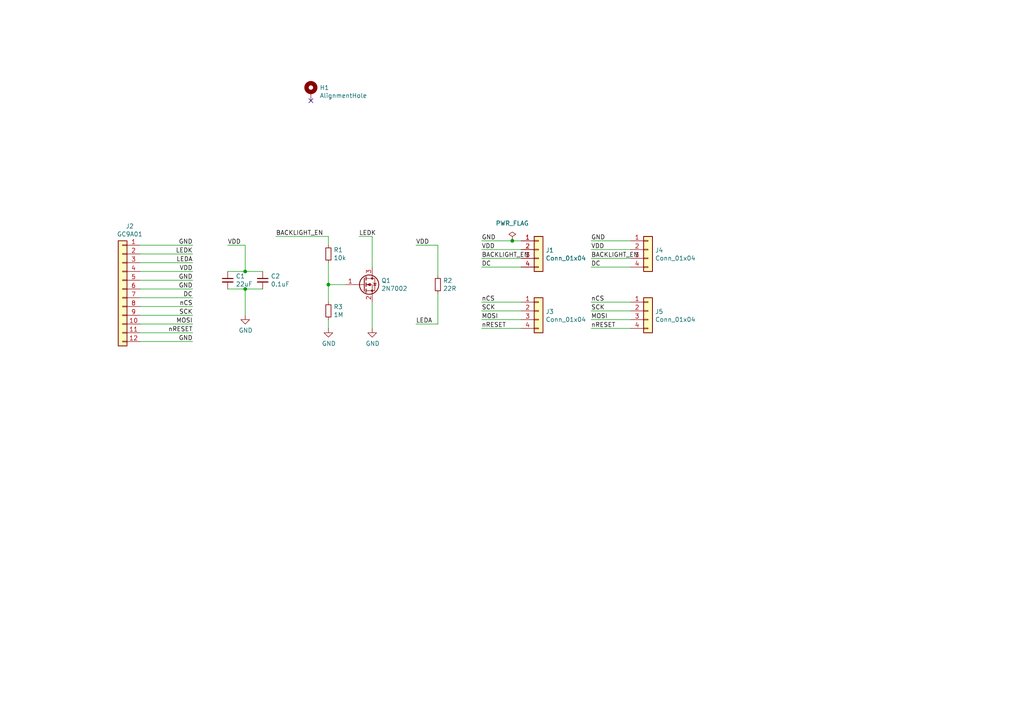
<source format=kicad_sch>
(kicad_sch (version 20231120) (generator "eeschema") (generator_version "8.0")
  (paper "A4")
  (title_block (rev "${RELEASE_VERSION}") (comment 2 "${COMMIT_DATE_LONG}") (comment 3 "${COMMIT_HASH}"))
  (lib_symbols
    (symbol "Connector_Generic:Conn_01x04" (pin_names (offset 1.016) hide)
      (property "Reference" "J" (at 0 5.08 0))
      (property "Value" "Conn_01x04" (at 0 -7.62 0))
      (symbol "Conn_01x04_1_1"
        (rectangle (start -1.27 -4.953) (end 0 -5.207) (stroke (width 0.1524)))
        (rectangle (start -1.27 -2.413) (end 0 -2.667) (stroke (width 0.1524)))
        (rectangle (start -1.27 0.127) (end 0 -0.127) (stroke (width 0.1524)))
        (rectangle (start -1.27 2.667) (end 0 2.413) (stroke (width 0.1524)))
        (rectangle (start -1.27 3.81) (end 1.27 -6.35) (stroke (width 0.254)) (fill (type background)))
        (pin passive line (at -5.08 2.54 0) (length 3.81) (name "Pin_1") (number "1"))
        (pin passive line (at -5.08 0 0) (length 3.81) (name "Pin_2") (number "2"))
        (pin passive line (at -5.08 -2.54 0) (length 3.81) (name "Pin_3") (number "3"))
        (pin passive line (at -5.08 -5.08 0) (length 3.81) (name "Pin_4") (number "4"))
      )
    )
    (symbol "Connector_Generic:Conn_01x12" (pin_names (offset 1.016) hide)
      (property "Reference" "J" (at 0 15.24 0))
      (property "Value" "Conn_01x12" (at 0 -17.78 0))
      (symbol "Conn_01x12_1_1"
        (rectangle (start -1.27 -15.113) (end 0 -15.367) (stroke (width 0.1524)))
        (rectangle (start -1.27 -12.573) (end 0 -12.827) (stroke (width 0.1524)))
        (rectangle (start -1.27 -10.033) (end 0 -10.287) (stroke (width 0.1524)))
        (rectangle (start -1.27 -7.493) (end 0 -7.747) (stroke (width 0.1524)))
        (rectangle (start -1.27 -4.953) (end 0 -5.207) (stroke (width 0.1524)))
        (rectangle (start -1.27 -2.413) (end 0 -2.667) (stroke (width 0.1524)))
        (rectangle (start -1.27 0.127) (end 0 -0.127) (stroke (width 0.1524)))
        (rectangle (start -1.27 2.667) (end 0 2.413) (stroke (width 0.1524)))
        (rectangle (start -1.27 5.207) (end 0 4.953) (stroke (width 0.1524)))
        (rectangle (start -1.27 7.747) (end 0 7.493) (stroke (width 0.1524)))
        (rectangle (start -1.27 10.287) (end 0 10.033) (stroke (width 0.1524)))
        (rectangle (start -1.27 12.827) (end 0 12.573) (stroke (width 0.1524)))
        (rectangle (start -1.27 13.97) (end 1.27 -16.51) (stroke (width 0.254)) (fill (type background)))
        (pin passive line (at -5.08 12.7 0) (length 3.81) (name "Pin_1") (number "1"))
        (pin passive line (at -5.08 -10.16 0) (length 3.81) (name "Pin_10") (number "10"))
        (pin passive line (at -5.08 -12.7 0) (length 3.81) (name "Pin_11") (number "11"))
        (pin passive line (at -5.08 -15.24 0) (length 3.81) (name "Pin_12") (number "12"))
        (pin passive line (at -5.08 10.16 0) (length 3.81) (name "Pin_2") (number "2"))
        (pin passive line (at -5.08 7.62 0) (length 3.81) (name "Pin_3") (number "3"))
        (pin passive line (at -5.08 5.08 0) (length 3.81) (name "Pin_4") (number "4"))
        (pin passive line (at -5.08 2.54 0) (length 3.81) (name "Pin_5") (number "5"))
        (pin passive line (at -5.08 0 0) (length 3.81) (name "Pin_6") (number "6"))
        (pin passive line (at -5.08 -2.54 0) (length 3.81) (name "Pin_7") (number "7"))
        (pin passive line (at -5.08 -5.08 0) (length 3.81) (name "Pin_8") (number "8"))
        (pin passive line (at -5.08 -7.62 0) (length 3.81) (name "Pin_9") (number "9"))
      )
    )
    (symbol "Device:C_Small" (pin_numbers hide) (pin_names (offset 0.254) hide)
      (property "Reference" "C" (at 0.254 1.778 0))
      (property "Value" "C_Small" (at 0.254 -2.032 0))
      (symbol "C_Small_0_1"
        (polyline (pts (xy -1.524 -0.508) (xy 1.524 -0.508)) (stroke (width 0.3302)))
        (polyline (pts (xy -1.524 0.508) (xy 1.524 0.508)) (stroke (width 0.3048)))
      )
      (symbol "C_Small_1_1"
        (pin passive line (at 0 2.54 270) (length 2.032) (name "~") (number "1"))
        (pin passive line (at 0 -2.54 90) (length 2.032) (name "~") (number "2"))
      )
    )
    (symbol "Device:R_Small" (pin_numbers hide) (pin_names (offset 0.254) hide)
      (property "Reference" "R" (at 0.762 0.508 0))
      (property "Value" "R_Small" (at 0.762 -1.016 0))
      (symbol "R_Small_0_1"
        (rectangle (start -0.762 1.778) (end 0.762 -1.778) (stroke (width 0.2032)))
      )
      (symbol "R_Small_1_1"
        (pin passive line (at 0 2.54 270) (length 0.762) (name "~") (number "1"))
        (pin passive line (at 0 -2.54 90) (length 0.762) (name "~") (number "2"))
      )
    )
    (symbol "Mechanical:MountingHole_Pad" (pin_numbers hide) (pin_names (offset 1.016) hide)
      (property "Reference" "H" (at 0 6.35 0))
      (property "Value" "MountingHole_Pad" (at 0 4.445 0))
      (symbol "MountingHole_Pad_0_1"
        (circle (center 0 1.27) (radius 1.27) (stroke (width 1.27)))
      )
      (symbol "MountingHole_Pad_1_1"
        (pin input line (at 0 -2.54 90) (length 2.54) (name "1") (number "1"))
      )
    )
    (symbol "Transistor_FET:2N7002" (pin_names hide)
      (property "Reference" "Q" (at 5.08 1.905 0))
      (property "Value" "2N7002" (at 5.08 0 0))
      (symbol "2N7002_0_1"
        (polyline (pts (xy 0.254 0) (xy -2.54 0)))
        (polyline (pts (xy 0.254 1.905) (xy 0.254 -1.905)) (stroke (width 0.254)))
        (polyline (pts (xy 0.762 -1.27) (xy 0.762 -2.286)) (stroke (width 0.254)))
        (polyline (pts (xy 0.762 0.508) (xy 0.762 -0.508)) (stroke (width 0.254)))
        (polyline (pts (xy 0.762 2.286) (xy 0.762 1.27)) (stroke (width 0.254)))
        (polyline (pts (xy 2.54 2.54) (xy 2.54 1.778)))
        (polyline (pts (xy 2.54 -2.54) (xy 2.54 0) (xy 0.762 0)))
        (polyline (pts (xy 0.762 -1.778) (xy 3.302 -1.778) (xy 3.302 1.778) (xy 0.762 1.778)))
        (polyline (pts (xy 1.016 0) (xy 2.032 0.381) (xy 2.032 -0.381) (xy 1.016 0)) (fill (type outline)))
        (polyline (pts (xy 2.794 0.508) (xy 2.921 0.381) (xy 3.683 0.381) (xy 3.81 0.254)))
        (polyline (pts (xy 3.302 0.381) (xy 2.921 -0.254) (xy 3.683 -0.254) (xy 3.302 0.381)))
        (circle (center 1.651 0) (radius 2.794) (stroke (width 0.254)))
        (circle (center 2.54 -1.778) (radius 0.254) (fill (type outline)))
        (circle (center 2.54 1.778) (radius 0.254) (fill (type outline)))
      )
      (symbol "2N7002_1_1"
        (pin input line (at -5.08 0 0) (length 2.54) (name "G") (number "1"))
        (pin passive line (at 2.54 -5.08 90) (length 2.54) (name "S") (number "2"))
        (pin passive line (at 2.54 5.08 270) (length 2.54) (name "D") (number "3"))
      )
    )
    (symbol "power:GND" (power) (pin_numbers hide) (pin_names (offset 0) hide)
      (property "Value" "GND" (at 0 -3.81 0))
      (symbol "GND_0_1"
        (polyline (pts (xy 0 0) (xy 0 -1.27) (xy 1.27 -1.27) (xy 0 -2.54) (xy -1.27 -1.27) (xy 0 -1.27)))
      )
      (symbol "GND_1_1"
        (pin power_in line (at 0 0 270) (length 0) (name "~") (number "1"))
      )
    )
    (symbol "power:PWR_FLAG" (power) (pin_numbers hide) (pin_names (offset 0) hide)
      (property "Value" "PWR_FLAG" (at 0 3.81 0))
      (symbol "PWR_FLAG_0_0"
        (pin power_out line (at 0 0 90) (length 0) (name "~") (number "1"))
      )
      (symbol "PWR_FLAG_0_1"
        (polyline (pts (xy 0 0) (xy 0 1.27) (xy -1.016 1.905) (xy 0 2.54) (xy 1.016 1.905) (xy 0 1.27)))
      )
    )
  )
  (junction (at 71.12 78.74))
  (junction (at 95.25 82.55))
  (junction (at 71.12 83.82))
  (junction (at 148.59 69.85))
  (no_connect (at 90.17 29.21))
  (wire (pts (xy 151.13 92.71) (xy 139.7 92.71)))
  (wire (pts (xy 71.12 83.82) (xy 66.04 83.82)))
  (wire (pts (xy 151.13 72.39) (xy 139.7 72.39)))
  (wire (pts (xy 66.04 78.74) (xy 71.12 78.74)))
  (wire (pts (xy 182.88 69.85) (xy 171.45 69.85)))
  (wire (pts (xy 40.64 71.12) (xy 55.88 71.12)))
  (wire (pts (xy 71.12 83.82) (xy 71.12 91.44)))
  (wire (pts (xy 40.64 91.44) (xy 55.88 91.44)))
  (wire (pts (xy 40.64 93.98) (xy 55.88 93.98)))
  (wire (pts (xy 182.88 72.39) (xy 171.45 72.39)))
  (wire (pts (xy 151.13 90.17) (xy 139.7 90.17)))
  (wire (pts (xy 182.88 74.93) (xy 171.45 74.93)))
  (wire (pts (xy 71.12 78.74) (xy 71.12 71.12)))
  (wire (pts (xy 151.13 74.93) (xy 139.7 74.93)))
  (wire (pts (xy 182.88 95.25) (xy 171.45 95.25)))
  (wire (pts (xy 148.59 69.85) (xy 139.7 69.85)))
  (wire (pts (xy 95.25 68.58) (xy 95.25 71.12)))
  (wire (pts (xy 151.13 95.25) (xy 139.7 95.25)))
  (wire (pts (xy 151.13 87.63) (xy 139.7 87.63)))
  (wire (pts (xy 40.64 73.66) (xy 55.88 73.66)))
  (wire (pts (xy 100.33 82.55) (xy 95.25 82.55)))
  (wire (pts (xy 40.64 78.74) (xy 55.88 78.74)))
  (wire (pts (xy 71.12 78.74) (xy 76.2 78.74)))
  (wire (pts (xy 151.13 69.85) (xy 148.59 69.85)))
  (wire (pts (xy 40.64 83.82) (xy 55.88 83.82)))
  (wire (pts (xy 40.64 86.36) (xy 55.88 86.36)))
  (wire (pts (xy 40.64 96.52) (xy 55.88 96.52)))
  (wire (pts (xy 127 80.01) (xy 127 71.12)))
  (wire (pts (xy 182.88 92.71) (xy 171.45 92.71)))
  (wire (pts (xy 95.25 76.2) (xy 95.25 82.55)))
  (wire (pts (xy 151.13 77.47) (xy 139.7 77.47)))
  (wire (pts (xy 71.12 71.12) (xy 66.04 71.12)))
  (wire (pts (xy 127 93.98) (xy 127 85.09)))
  (wire (pts (xy 182.88 87.63) (xy 171.45 87.63)))
  (wire (pts (xy 76.2 83.82) (xy 71.12 83.82)))
  (wire (pts (xy 95.25 82.55) (xy 95.25 87.63)))
  (wire (pts (xy 80.01 68.58) (xy 95.25 68.58)))
  (wire (pts (xy 107.95 68.58) (xy 104.14 68.58)))
  (wire (pts (xy 182.88 90.17) (xy 171.45 90.17)))
  (wire (pts (xy 40.64 99.06) (xy 55.88 99.06)))
  (wire (pts (xy 40.64 81.28) (xy 55.88 81.28)))
  (wire (pts (xy 107.95 87.63) (xy 107.95 95.25)))
  (wire (pts (xy 107.95 77.47) (xy 107.95 68.58)))
  (wire (pts (xy 120.65 93.98) (xy 127 93.98)))
  (wire (pts (xy 95.25 95.25) (xy 95.25 92.71)))
  (wire (pts (xy 40.64 88.9) (xy 55.88 88.9)))
  (wire (pts (xy 127 71.12) (xy 120.65 71.12)))
  (wire (pts (xy 182.88 77.47) (xy 171.45 77.47)))
  (wire (pts (xy 40.64 76.2) (xy 55.88 76.2)))
  (label "BACKLIGHT_EN" (at 80.01 68.58 0))
  (label "MOSI" (at 139.7 92.71 0))
  (label "GND" (at 55.88 81.28 180))
  (label "VDD" (at 120.65 71.12 0))
  (label "VDD" (at 171.45 72.39 0))
  (label "DC" (at 55.88 86.36 180))
  (label "nRESET" (at 55.88 96.52 180))
  (label "LEDK" (at 104.14 68.58 0))
  (label "DC" (at 139.7 77.47 0))
  (label "LEDA" (at 55.88 76.2 180))
  (label "GND" (at 55.88 99.06 180))
  (label "MOSI" (at 55.88 93.98 180))
  (label "VDD" (at 66.04 71.12 0))
  (label "GND" (at 55.88 83.82 180))
  (label "SCK" (at 171.45 90.17 0))
  (label "GND" (at 139.7 69.85 0))
  (label "BACKLIGHT_EN" (at 139.7 74.93 0))
  (label "MOSI" (at 171.45 92.71 0))
  (label "nCS" (at 139.7 87.63 0))
  (label "LEDK" (at 55.88 73.66 180))
  (label "SCK" (at 55.88 91.44 180))
  (label "VDD" (at 139.7 72.39 0))
  (label "BACKLIGHT_EN" (at 171.45 74.93 0))
  (label "nRESET" (at 171.45 95.25 0))
  (label "GND" (at 171.45 69.85 0))
  (label "VDD" (at 55.88 78.74 180))
  (label "DC" (at 171.45 77.47 0))
  (label "LEDA" (at 120.65 93.98 0))
  (label "SCK" (at 139.7 90.17 0))
  (label "nRESET" (at 139.7 95.25 0))
  (label "nCS" (at 55.88 88.9 180))
  (label "GND" (at 55.88 71.12 180))
  (label "nCS" (at 171.45 87.63 0))
  (symbol (lib_id "Mechanical:MountingHole_Pad") (at 90.17 26.67 0) (unit 1)
    (property "Reference" "H1" (at 92.71 25.4254 0) (effects (justify left)))
    (property "Value" "AlignmentHole" (at 92.71 27.7368 0) (effects (justify left)))
    (property "Footprint" "Holes:AlignmentHole_1.6" (effects (hide yes)))
  )
  (symbol (lib_id "Connector_Generic:Conn_01x12") (at 35.56 83.82 0) (mirror y) (unit 1)
    (property "Reference" "J2" (at 37.6428 65.6082 0))
    (property "Value" "GC9A01" (at 37.6428 67.9196 0))
    (property "Footprint" "LCD_GC9A01:GC9A01Round1.28" (effects (hide yes)))
    (property "AliExpress" "https://www.aliexpress.com/item/1005001321857930.html" (effects (hide yes)))
    (property "Digikey" "N/A" (effects (hide yes)))
    (property "LCSC" "N/A" (effects (hide yes)))
    (property "Mouser" "N/A" (effects (hide yes)))
  )
  (symbol (lib_id "Connector_Generic:Conn_01x04") (at 156.21 72.39 0) (unit 1)
    (property "Reference" "J1" (at 158.242 72.5932 0) (effects (justify left)))
    (property "Value" "Conn_01x04" (at 158.242 74.9046 0) (effects (justify left)))
    (property "Footprint" "SolderPads:SolderPads_2mm_4" (effects (hide yes)))
  )
  (symbol (lib_id "Connector_Generic:Conn_01x04") (at 156.21 90.17 0) (unit 1)
    (property "Reference" "J3" (at 158.242 90.3732 0) (effects (justify left)))
    (property "Value" "Conn_01x04" (at 158.242 92.6846 0) (effects (justify left)))
    (property "Footprint" "SolderPads:SolderPads_2mm_4" (effects (hide yes)))
  )
  (symbol (lib_id "Transistor_FET:2N7002") (at 105.41 82.55 0) (unit 1)
    (property "Reference" "Q1" (at 110.5916 81.3816 0) (effects (justify left)))
    (property "Value" "2N7002" (at 110.5916 83.693 0) (effects (justify left)))
    (property "Footprint" "Package_TO_SOT_SMD:SOT-23" (effects (hide yes)))
    (property "Datasheet" "https://www.onsemi.com/pub/Collateral/NDS7002A-D.PDF" (effects (hide yes)))
    (property "Description" "0.115A Id, 60V Vds, N-Channel MOSFET, SOT-23" (effects (hide yes)))
    (property "Digikey" "2N7002H6327XTSA2CT-ND" (effects (hide yes)))
    (property "LCSC" "2N7002" (effects (hide yes)))
    (property "Mouser" "771-2N7002NXAKR" (effects (hide yes)))
  )
  (symbol (lib_id "power:GND") (at 107.95 95.25 0) (unit 1)
    (property "Reference" "#PWR03" (effects (hide yes)))
    (property "Value" "GND" (at 108.077 99.6442 0))
    (property "Description" "Power symbol creates a global label with name \"GND\" , ground" (effects (hide yes)))
  )
  (symbol (lib_id "power:GND") (at 95.25 95.25 0) (unit 1)
    (property "Reference" "#PWR02" (effects (hide yes)))
    (property "Value" "GND" (at 95.377 99.6442 0))
    (property "Description" "Power symbol creates a global label with name \"GND\" , ground" (effects (hide yes)))
  )
  (symbol (lib_id "Device:R_Small") (at 95.25 90.17 0) (unit 1)
    (property "Reference" "R3" (at 96.7486 89.0016 0) (effects (justify left)))
    (property "Value" "1M" (at 96.7486 91.313 0) (effects (justify left)))
    (property "Footprint" "Resistor_SMD:R_0603_1608Metric" (effects (hide yes)))
    (property "Digikey" "RMCF0603JT1M00CT-ND" (effects (hide yes)))
    (property "Mouser" "652-CR0603FX-1004ELF" (effects (hide yes)))
  )
  (symbol (lib_id "Device:R_Small") (at 95.25 73.66 0) (unit 1)
    (property "Reference" "R1" (at 96.7486 72.4916 0) (effects (justify left)))
    (property "Value" "10k" (at 96.7486 74.803 0) (effects (justify left)))
    (property "Footprint" "Resistor_SMD:R_0603_1608Metric" (effects (hide yes)))
    (property "Digikey" "RMCF0603JT10K0CT-ND" (effects (hide yes)))
    (property "LCSC" "C98220" (effects (hide yes)))
    (property "Mouser" "652-CR0603FX-1002ELF" (effects (hide yes)))
  )
  (symbol (lib_id "Device:C_Small") (at 66.04 81.28 0) (unit 1)
    (property "Reference" "C1" (at 68.3768 80.1116 0) (effects (justify left)))
    (property "Value" "22uF" (at 68.3768 82.423 0) (effects (justify left)))
    (property "Footprint" "Capacitor_SMD:C_0805_2012Metric" (effects (hide yes)))
    (property "Digikey" "1276-CL21A226MAYNNNECT-ND" (effects (hide yes)))
    (property "LCSC" "C98190" (effects (hide yes)))
    (property "Mouser" "187-CL21A226MAYNNNE" (effects (hide yes)))
  )
  (symbol (lib_id "power:GND") (at 71.12 91.44 0) (unit 1)
    (property "Reference" "#PWR01" (effects (hide yes)))
    (property "Value" "GND" (at 71.247 95.8342 0))
    (property "Description" "Power symbol creates a global label with name \"GND\" , ground" (effects (hide yes)))
  )
  (symbol (lib_id "Device:R_Small") (at 127 82.55 0) (unit 1)
    (property "Reference" "R2" (at 128.4986 81.3816 0) (effects (justify left)))
    (property "Value" "22R" (at 128.4986 83.693 0) (effects (justify left)))
    (property "Footprint" "Resistor_SMD:R_0603_1608Metric" (effects (hide yes)))
    (property "Digikey" "RMCF0603JT22R0CT-ND" (effects (hide yes)))
    (property "Mouser" "652-CR0603FX-22R0ELF" (effects (hide yes)))
  )
  (symbol (lib_id "Device:C_Small") (at 76.2 81.28 0) (unit 1)
    (property "Reference" "C2" (at 78.5368 80.1116 0) (effects (justify left)))
    (property "Value" "0.1uF" (at 78.5368 82.423 0) (effects (justify left)))
    (property "Footprint" "Capacitor_SMD:C_0603_1608Metric" (effects (hide yes)))
    (property "Digikey" "1276-1935-1-ND" (effects (hide yes)))
    (property "LCSC" "C1591" (effects (hide yes)))
    (property "Mouser" "187-CL10B104KB8NNWC" (effects (hide yes)))
  )
  (symbol (lib_id "Connector_Generic:Conn_01x04") (at 187.96 72.39 0) (unit 1)
    (property "Reference" "J4" (at 189.992 72.5932 0) (effects (justify left)))
    (property "Value" "Conn_01x04" (at 189.992 74.9046 0) (effects (justify left)))
    (property "Footprint" "SolderPads:SolderPads_2mm_4" (effects (hide yes)))
  )
  (symbol (lib_id "Connector_Generic:Conn_01x04") (at 187.96 90.17 0) (unit 1)
    (property "Reference" "J5" (at 189.992 90.3732 0) (effects (justify left)))
    (property "Value" "Conn_01x04" (at 189.992 92.6846 0) (effects (justify left)))
    (property "Footprint" "SolderPads:SolderPads_2mm_4" (effects (hide yes)))
  )
  (symbol (lib_id "power:PWR_FLAG") (at 148.59 69.85 0) (unit 1)
    (property "Reference" "#FLG0101" (effects (hide yes)))
    (property "Value" "PWR_FLAG" (at 148.59 64.77 0))
    (property "Description" "Special symbol for telling ERC where power comes from" (effects (hide yes)))
  )
)
</source>
